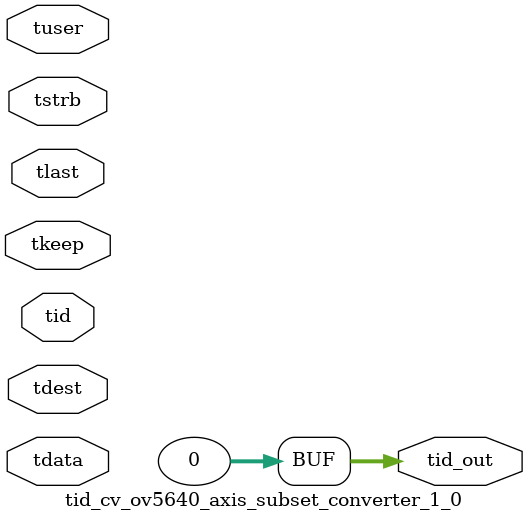
<source format=v>


`timescale 1ps/1ps

module tid_cv_ov5640_axis_subset_converter_1_0 #
(
parameter C_S_AXIS_TID_WIDTH   = 1,
parameter C_S_AXIS_TUSER_WIDTH = 0,
parameter C_S_AXIS_TDATA_WIDTH = 0,
parameter C_S_AXIS_TDEST_WIDTH = 0,
parameter C_M_AXIS_TID_WIDTH   = 32
)
(
input  [(C_S_AXIS_TID_WIDTH   == 0 ? 1 : C_S_AXIS_TID_WIDTH)-1:0       ] tid,
input  [(C_S_AXIS_TDATA_WIDTH == 0 ? 1 : C_S_AXIS_TDATA_WIDTH)-1:0     ] tdata,
input  [(C_S_AXIS_TUSER_WIDTH == 0 ? 1 : C_S_AXIS_TUSER_WIDTH)-1:0     ] tuser,
input  [(C_S_AXIS_TDEST_WIDTH == 0 ? 1 : C_S_AXIS_TDEST_WIDTH)-1:0     ] tdest,
input  [(C_S_AXIS_TDATA_WIDTH/8)-1:0 ] tkeep,
input  [(C_S_AXIS_TDATA_WIDTH/8)-1:0 ] tstrb,
input                                                                    tlast,
output [(C_M_AXIS_TID_WIDTH   == 0 ? 1 : C_M_AXIS_TID_WIDTH)-1:0       ] tid_out
);

assign tid_out = {1'b0};

endmodule


</source>
